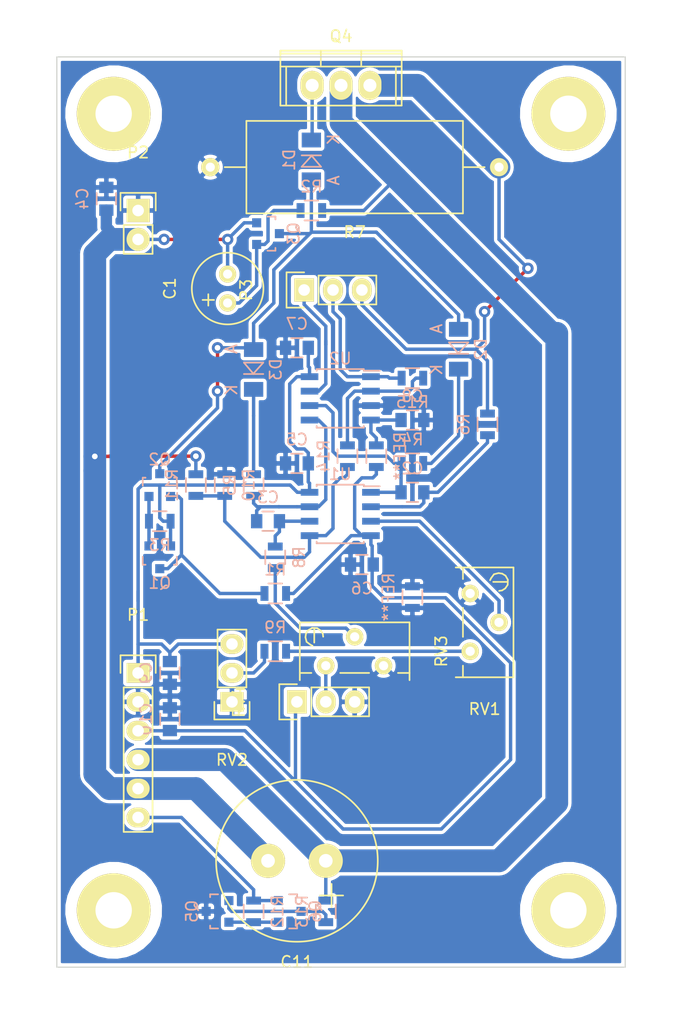
<source format=kicad_pcb>
(kicad_pcb (version 4) (host pcbnew "(2015-07-22 BZR 5980)-product")
  (layers (0 F.Cu signal) (31 B.Cu signal) (34 B.Paste user) (35 F.Paste user) (36 B.SilkS user) (37 F.SilkS user) (38 B.Mask user) (39 F.Mask user) (44 Edge.Cuts user))
  (net 0 "")
  (net 1 V-)
  (net 2 "Net-(C1-Pad1)")
  (net 3 "Net-(C2-Pad1)")
  (net 4 /VOI)
  (net 5 "Net-(C3-Pad1)")
  (net 6 /VOU)
  (net 7 GND)
  (net 8 +5V)
  (net 9 -5V)
  (net 10 "Net-(D1-Pad1)")
  (net 11 "Net-(D1-Pad2)")
  (net 12 "Net-(D2-Pad1)")
  (net 13 "Net-(D3-Pad1)")
  (net 14 V+)
  (net 15 VEE)
  (net 16 /VCV)
  (net 17 /VUmeas)
  (net 18 /VImeas)
  (net 19 "Net-(Q1-Pad1)")
  (net 20 "Net-(Q1-Pad3)")
  (net 21 "Net-(Q5-Pad1)")
  (net 22 "Net-(Q5-Pad2)")
  (net 23 "Net-(R8-Pad1)")
  (net 24 "Net-(R9-Pad1)")
  (net 25 "Net-(R9-Pad2)")
  (net 26 /~VUmeas)
  (net 27 "Net-(R14-Pad1)")
  (net 28 "Net-(RV1-Pad2)")
  (net 29 "Net-(RV3-Pad1)")
  (module Resistors_SMD:R_0805 (layer B.Cu) (at 81.28 97.475 270)
    (fp_text reference REF** (at 0 2.1 270) (layer B.SilkS) (effects (justify mirror)))
    (fp_text value 0)
    (pad 1 smd rect (at -0.95 0 270) (size 0.7 1.3) (layers B.Cu B.Paste B.Mask) (net 7 GND))
    (pad 2 smd rect (at 0.95 0 270) (size 0.7 1.3) (layers B.Cu B.Paste B.Mask) (net 7 GND))
  )
  (module mechanical:Hole_M3 (layer F.Cu) (at 55 125)
    (fp_text reference REF** hide)
    (fp_text value Hole_M3 hide)
    (pad 1 thru_hole circle (at 0 0) (size 6.5 6.5) (drill 3.2) (layers *.Cu *.Mask F.SilkS) (clearance 1))
  )
  (module mechanical:Hole_M3 (layer F.Cu) (at 95 125)
    (fp_text reference REF** hide)
    (fp_text value Hole_M3 hide)
    (pad 1 thru_hole circle (at 0 0) (size 6.5 6.5) (drill 3.2) (layers *.Cu *.Mask F.SilkS) (clearance 1))
  )
  (module mechanical:Hole_M3 (layer F.Cu) (at 95 55)
    (fp_text reference REF** hide)
    (fp_text value Hole_M3 hide)
    (pad 1 thru_hole circle (at 0 0) (size 6.5 6.5) (drill 3.2) (layers *.Cu *.Mask F.SilkS) (clearance 1))
  )
  (module Capacitors_Elko_ThroughHole:Elko_vert_11.2x6.3mm_RM2.5_CopperClear (layer F.Cu) (at 65.024 71.628 90)
    (fp_text reference C1 (at 1.27 -5.08 90) (layer F.SilkS))
    (fp_text value 100u)
    (pad 2 thru_hole circle (at 2.54 0 90) (size 1.50114 1.50114) (drill 0.8001) (layers *.Cu *.Mask F.SilkS) (net 1 V-))
    (pad 1 thru_hole circle (at 0 0 90) (size 1.50114 1.50114) (drill 0.8001) (layers *.Cu *.Mask F.SilkS) (net 2 "Net-(C1-Pad1)"))
  )
  (module Capacitors_SMD:C_0805 (layer B.Cu) (at 81.28 88.265 180)
    (fp_text reference C2 (at 0 2.1 180) (layer B.SilkS) (effects (justify mirror)))
    (fp_text value 220p)
    (pad 1 smd rect (at -1 0 180) (size 1 1.25) (layers B.Cu B.Paste B.Mask) (net 3 "Net-(C2-Pad1)"))
    (pad 2 smd rect (at 1 0 180) (size 1 1.25) (layers B.Cu B.Paste B.Mask) (net 4 /VOI))
  )
  (module Capacitors_SMD:C_0805 (layer B.Cu) (at 68.58 90.805 180)
    (fp_text reference C3 (at 0 2.1 180) (layer B.SilkS) (effects (justify mirror)))
    (fp_text value 220p)
    (pad 1 smd rect (at -1 0 180) (size 1 1.25) (layers B.Cu B.Paste B.Mask) (net 5 "Net-(C3-Pad1)"))
    (pad 2 smd rect (at 1 0 180) (size 1 1.25) (layers B.Cu B.Paste B.Mask) (net 6 /VOU))
  )
  (module Capacitors_SMD:C_0805 (layer B.Cu) (at 54.356 62.468 270)
    (fp_text reference C4 (at 0 2.1 270) (layer B.SilkS) (effects (justify mirror)))
    (fp_text value 100n)
    (pad 1 smd rect (at -1 0 270) (size 1 1.25) (layers B.Cu B.Paste B.Mask) (net 7 GND))
    (pad 2 smd rect (at 1 0 270) (size 1 1.25) (layers B.Cu B.Paste B.Mask) (net 1 V-))
  )
  (module Capacitors_SMD:C_0805 (layer B.Cu) (at 71.12 85.725 180)
    (fp_text reference C5 (at 0 2.1 180) (layer B.SilkS) (effects (justify mirror)))
    (fp_text value 100n)
    (pad 1 smd rect (at -1 0 180) (size 1 1.25) (layers B.Cu B.Paste B.Mask) (net 8 +5V))
    (pad 2 smd rect (at 1 0 180) (size 1 1.25) (layers B.Cu B.Paste B.Mask) (net 7 GND))
  )
  (module Capacitors_SMD:C_0805 (layer B.Cu) (at 76.835 94.615)
    (fp_text reference C6 (at 0 2.1) (layer B.SilkS) (effects (justify mirror)))
    (fp_text value 100n)
    (pad 1 smd rect (at -1 0) (size 1 1.25) (layers B.Cu B.Paste B.Mask) (net 7 GND))
    (pad 2 smd rect (at 1 0) (size 1 1.25) (layers B.Cu B.Paste B.Mask) (net 9 -5V))
  )
  (module Capacitors_SMD:C_0805 (layer B.Cu) (at 71.12 75.565 180)
    (fp_text reference C7 (at 0 2.1 180) (layer B.SilkS) (effects (justify mirror)))
    (fp_text value 100n)
    (pad 1 smd rect (at -1 0 180) (size 1 1.25) (layers B.Cu B.Paste B.Mask) (net 8 +5V))
    (pad 2 smd rect (at 1 0 180) (size 1 1.25) (layers B.Cu B.Paste B.Mask) (net 7 GND))
  )
  (module Capacitors_SMD:C_0805 (layer B.Cu) (at 81.28 81.915 180)
    (fp_text reference C8 (at 0 2.1 180) (layer B.SilkS) (effects (justify mirror)))
    (fp_text value 100n)
    (pad 1 smd rect (at -1 0 180) (size 1 1.25) (layers B.Cu B.Paste B.Mask) (net 7 GND))
    (pad 2 smd rect (at 1 0 180) (size 1 1.25) (layers B.Cu B.Paste B.Mask) (net 9 -5V))
  )
  (module Diodes_SMD:MiniMELF_Standard (layer B.Cu) (at 72.39 59.055 270)
    (fp_text reference D1 (at 0 1.95 270) (layer B.SilkS) (effects (justify mirror)))
    (fp_text value 1N4148)
    (fp_text user K (at -1.8 -1.95 270) (layer B.SilkS) (effects (justify mirror)))
    (fp_text user A (at 1.8 -1.95 270) (layer B.SilkS) (effects (justify mirror)))
    (pad 1 smd rect (at -1.75006 0 270) (size 1.30048 1.69926) (layers B.Cu B.Paste B.Mask) (net 10 "Net-(D1-Pad1)"))
    (pad 2 smd rect (at 1.75006 0 270) (size 1.30048 1.69926) (layers B.Cu B.Paste B.Mask) (net 11 "Net-(D1-Pad2)"))
  )
  (module Diodes_SMD:MiniMELF_Standard (layer B.Cu) (at 85.344 75.692 90)
    (fp_text reference D2 (at 0 1.95 90) (layer B.SilkS) (effects (justify mirror)))
    (fp_text value 1N4148)
    (fp_text user K (at -1.8 -1.95 90) (layer B.SilkS) (effects (justify mirror)))
    (fp_text user A (at 1.8 -1.95 90) (layer B.SilkS) (effects (justify mirror)))
    (pad 1 smd rect (at -1.75006 0 90) (size 1.30048 1.69926) (layers B.Cu B.Paste B.Mask) (net 12 "Net-(D2-Pad1)"))
    (pad 2 smd rect (at 1.75006 0 90) (size 1.30048 1.69926) (layers B.Cu B.Paste B.Mask) (net 11 "Net-(D1-Pad2)"))
  )
  (module Diodes_SMD:MiniMELF_Standard (layer B.Cu) (at 67.31 77.47 90)
    (fp_text reference D3 (at 0 1.95 90) (layer B.SilkS) (effects (justify mirror)))
    (fp_text value 1N4148)
    (fp_text user K (at -1.8 -1.95 90) (layer B.SilkS) (effects (justify mirror)))
    (fp_text user A (at 1.8 -1.95 90) (layer B.SilkS) (effects (justify mirror)))
    (pad 1 smd rect (at -1.75006 0 90) (size 1.30048 1.69926) (layers B.Cu B.Paste B.Mask) (net 13 "Net-(D3-Pad1)"))
    (pad 2 smd rect (at 1.75006 0 90) (size 1.30048 1.69926) (layers B.Cu B.Paste B.Mask) (net 11 "Net-(D1-Pad2)"))
  )
  (module Pin_Headers:Pin_Header_Straight_1x06 (layer F.Cu) (at 57.15 104.14)
    (fp_text reference P1 (at 0 -5.1) (layer F.SilkS))
    (fp_text value PSU)
    (pad 1 thru_hole rect (at 0 0) (size 2.032 1.7272) (drill 1.016) (layers *.Cu *.Mask F.SilkS) (net 8 +5V))
    (pad 2 thru_hole oval (at 0 2.54) (size 2.032 1.7272) (drill 1.016) (layers *.Cu *.Mask F.SilkS) (net 7 GND))
    (pad 3 thru_hole oval (at 0 5.08) (size 2.032 1.7272) (drill 1.016) (layers *.Cu *.Mask F.SilkS) (net 9 -5V))
    (pad 4 thru_hole oval (at 0 7.62) (size 2.032 1.7272) (drill 1.016) (layers *.Cu *.Mask F.SilkS) (net 14 V+))
    (pad 5 thru_hole oval (at 0 10.16) (size 2.032 1.7272) (drill 1.016) (layers *.Cu *.Mask F.SilkS) (net 1 V-))
    (pad 6 thru_hole oval (at 0 12.7) (size 2.032 1.7272) (drill 1.016) (layers *.Cu *.Mask F.SilkS) (net 15 VEE))
  )
  (module Pin_Headers:Pin_Header_Straight_1x02 (layer F.Cu) (at 57.15 63.5)
    (fp_text reference P2 (at 0 -5.1) (layer F.SilkS))
    (fp_text value UOut)
    (pad 1 thru_hole rect (at 0 0) (size 2.032 2.032) (drill 1.016) (layers *.Cu *.Mask F.SilkS) (net 7 GND))
    (pad 2 thru_hole oval (at 0 2.54) (size 2.032 2.032) (drill 1.016) (layers *.Cu *.Mask F.SilkS) (net 1 V-))
  )
  (module Pin_Headers:Pin_Header_Straight_1x03 (layer F.Cu) (at 71.755 70.485 90)
    (fp_text reference P3 (at 0 -5.1 90) (layer F.SilkS))
    (fp_text value Measure)
    (pad 1 thru_hole rect (at 0 0 90) (size 2.032 1.7272) (drill 1.016) (layers *.Cu *.Mask F.SilkS) (net 16 /VCV))
    (pad 2 thru_hole oval (at 0 2.54 90) (size 2.032 1.7272) (drill 1.016) (layers *.Cu *.Mask F.SilkS) (net 17 /VUmeas))
    (pad 3 thru_hole oval (at 0 5.08 90) (size 2.032 1.7272) (drill 1.016) (layers *.Cu *.Mask F.SilkS) (net 18 /VImeas))
  )
  (module Housings_SOT-23_SOT-143_TSOT-6:SOT-23 (layer B.Cu) (at 59.055 93.98)
    (fp_text reference Q1 (at 0 2.25) (layer B.SilkS) (effects (justify mirror)))
    (fp_text value BC860)
    (pad 1 smd rect (at -0.95 -1.00076) (size 0.8001 0.8001) (layers B.Cu B.Paste B.Mask) (net 19 "Net-(Q1-Pad1)"))
    (pad 2 smd rect (at 0.95 -1.00076) (size 0.8001 0.8001) (layers B.Cu B.Paste B.Mask) (net 8 +5V))
    (pad 3 smd rect (at 0 0.99822) (size 0.8001 0.8001) (layers B.Cu B.Paste B.Mask) (net 20 "Net-(Q1-Pad3)"))
  )
  (module Housings_SOT-23_SOT-143_TSOT-6:SOT-23 (layer B.Cu) (at 59.055 87.63 180)
    (fp_text reference Q2 (at 0 2.25 180) (layer B.SilkS) (effects (justify mirror)))
    (fp_text value BC860)
    (pad 1 smd rect (at -0.95 -1.00076 180) (size 0.8001 0.8001) (layers B.Cu B.Paste B.Mask) (net 20 "Net-(Q1-Pad3)"))
    (pad 2 smd rect (at 0.95 -1.00076 180) (size 0.8001 0.8001) (layers B.Cu B.Paste B.Mask) (net 19 "Net-(Q1-Pad1)"))
    (pad 3 smd rect (at 0 0.99822 180) (size 0.8001 0.8001) (layers B.Cu B.Paste B.Mask) (net 11 "Net-(D1-Pad2)"))
  )
  (module Housings_SOT-23_SOT-143_TSOT-6:SOT-23 (layer B.Cu) (at 68.58 65.532 90)
    (fp_text reference Q3 (at 0 2.25 90) (layer B.SilkS) (effects (justify mirror)))
    (fp_text value BC850)
    (pad 1 smd rect (at -0.95 -1.00076 90) (size 0.8001 0.8001) (layers B.Cu B.Paste B.Mask) (net 2 "Net-(C1-Pad1)"))
    (pad 2 smd rect (at 0.95 -1.00076 90) (size 0.8001 0.8001) (layers B.Cu B.Paste B.Mask) (net 1 V-))
    (pad 3 smd rect (at 0 0.99822 90) (size 0.8001 0.8001) (layers B.Cu B.Paste B.Mask) (net 11 "Net-(D1-Pad2)"))
  )
  (module Power_Integrations:TO-220 (layer F.Cu) (at 75 52.5)
    (fp_text reference Q4 (at 0 -4.318) (layer F.SilkS))
    (fp_text value TIP120)
    (pad 2 thru_hole oval (at 0 0) (size 2.032 2.54) (drill 1.143) (layers *.Cu *.Mask F.SilkS) (net 14 V+))
    (pad 3 thru_hole oval (at 2.54 0) (size 2.032 2.54) (drill 1.143) (layers *.Cu *.Mask F.SilkS) (net 18 /VImeas))
    (pad 1 thru_hole oval (at -2.54 0) (size 2.032 2.54) (drill 1.143) (layers *.Cu *.Mask F.SilkS) (net 10 "Net-(D1-Pad1)"))
  )
  (module Housings_SOT-23_SOT-143_TSOT-6:SOT-23 (layer B.Cu) (at 64.135 125.095 270)
    (fp_text reference Q5 (at 0 2.25 270) (layer B.SilkS) (effects (justify mirror)))
    (fp_text value BC850)
    (pad 1 smd rect (at -0.95 -1.00076 270) (size 0.8001 0.8001) (layers B.Cu B.Paste B.Mask) (net 21 "Net-(Q5-Pad1)"))
    (pad 2 smd rect (at 0.95 -1.00076 270) (size 0.8001 0.8001) (layers B.Cu B.Paste B.Mask) (net 22 "Net-(Q5-Pad2)"))
    (pad 3 smd rect (at 0 0.99822 270) (size 0.8001 0.8001) (layers B.Cu B.Paste B.Mask) (net 7 GND))
  )
  (module Housings_SOT-23_SOT-143_TSOT-6:SOT-23 (layer B.Cu) (at 70.485 125.095 90)
    (fp_text reference Q6 (at 0 2.25 90) (layer B.SilkS) (effects (justify mirror)))
    (fp_text value BC850)
    (pad 1 smd rect (at -0.95 -1.00076 90) (size 0.8001 0.8001) (layers B.Cu B.Paste B.Mask) (net 22 "Net-(Q5-Pad2)"))
    (pad 2 smd rect (at 0.95 -1.00076 90) (size 0.8001 0.8001) (layers B.Cu B.Paste B.Mask) (net 15 VEE))
    (pad 3 smd rect (at 0 0.99822 90) (size 0.8001 0.8001) (layers B.Cu B.Paste B.Mask) (net 21 "Net-(Q5-Pad1)"))
  )
  (module Resistors_SMD:R_0805 (layer B.Cu) (at 69.215 97.155 180)
    (fp_text reference R1 (at 0 2.1 180) (layer B.SilkS) (effects (justify mirror)))
    (fp_text value 10k)
    (pad 1 smd rect (at -0.95 0 180) (size 0.7 1.3) (layers B.Cu B.Paste B.Mask) (net 9 -5V))
    (pad 2 smd rect (at 0.95 0 180) (size 0.7 1.3) (layers B.Cu B.Paste B.Mask) (net 20 "Net-(Q1-Pad3)"))
  )
  (module Resistors_SMD:R_0805 (layer B.Cu) (at 72.39 63.5 180)
    (fp_text reference R2 (at 0 2.1 180) (layer B.SilkS) (effects (justify mirror)))
    (fp_text value 47k)
    (pad 1 smd rect (at -0.95 0 180) (size 0.7 1.3) (layers B.Cu B.Paste B.Mask) (net 14 V+))
    (pad 2 smd rect (at 0.95 0 180) (size 0.7 1.3) (layers B.Cu B.Paste B.Mask) (net 2 "Net-(C1-Pad1)"))
  )
  (module Resistors_SMD:R_0805 (layer B.Cu) (at 59.055 90.805)
    (fp_text reference R3 (at 0 2.1) (layer B.SilkS) (effects (justify mirror)))
    (fp_text value 680)
    (pad 1 smd rect (at -0.95 0) (size 0.7 1.3) (layers B.Cu B.Paste B.Mask) (net 19 "Net-(Q1-Pad1)"))
    (pad 2 smd rect (at 0.95 0) (size 0.7 1.3) (layers B.Cu B.Paste B.Mask) (net 8 +5V))
  )
  (module Resistors_SMD:R_0805 (layer B.Cu) (at 81.28 85.725 180)
    (fp_text reference R4 (at 0 2.1 180) (layer B.SilkS) (effects (justify mirror)))
    (fp_text value 1k)
    (pad 1 smd rect (at -0.95 0 180) (size 0.7 1.3) (layers B.Cu B.Paste B.Mask) (net 12 "Net-(D2-Pad1)"))
    (pad 2 smd rect (at 0.95 0 180) (size 0.7 1.3) (layers B.Cu B.Paste B.Mask) (net 4 /VOI))
  )
  (module Resistors_SMD:R_0805 (layer B.Cu) (at 67.31 87.63 270)
    (fp_text reference R5 (at 0 2.1 270) (layer B.SilkS) (effects (justify mirror)))
    (fp_text value 1k)
    (pad 1 smd rect (at -0.95 0 270) (size 0.7 1.3) (layers B.Cu B.Paste B.Mask) (net 13 "Net-(D3-Pad1)"))
    (pad 2 smd rect (at 0.95 0 270) (size 0.7 1.3) (layers B.Cu B.Paste B.Mask) (net 6 /VOU))
  )
  (module Resistors_SMD:R_0805 (layer B.Cu) (at 87.884 82.296 270)
    (fp_text reference R6 (at 0 2.1 270) (layer B.SilkS) (effects (justify mirror)))
    (fp_text value 22k)
    (pad 1 smd rect (at -0.95 0 270) (size 0.7 1.3) (layers B.Cu B.Paste B.Mask) (net 18 /VImeas))
    (pad 2 smd rect (at 0.95 0 270) (size 0.7 1.3) (layers B.Cu B.Paste B.Mask) (net 3 "Net-(C2-Pad1)"))
  )
  (module Resistors_ThroughHole:Resistor_Ceramic_Horizontal_L19mm-W8mm-H8mm-p25mm (layer F.Cu) (at 76.2 59.69 180)
    (fp_text reference R7 (at 0 -5.715 180) (layer F.SilkS))
    (fp_text value 1R)
    (pad 1 thru_hole circle (at -12.7 0) (size 1.6 1.6) (drill 0.8) (layers *.Cu *.Mask F.SilkS) (net 18 /VImeas))
    (pad 2 thru_hole circle (at 12.7 0) (size 1.6 1.6) (drill 0.8) (layers *.Cu *.Mask F.SilkS) (net 7 GND))
  )
  (module Resistors_SMD:R_0805 (layer B.Cu) (at 69.215 93.98 90)
    (fp_text reference R8 (at 0 2.1 90) (layer B.SilkS) (effects (justify mirror)))
    (fp_text value 22k)
    (pad 1 smd rect (at -0.95 0 90) (size 0.7 1.3) (layers B.Cu B.Paste B.Mask) (net 23 "Net-(R8-Pad1)"))
    (pad 2 smd rect (at 0.95 0 90) (size 0.7 1.3) (layers B.Cu B.Paste B.Mask) (net 5 "Net-(C3-Pad1)"))
  )
  (module Resistors_SMD:R_0805 (layer B.Cu) (at 69.215 102.235 180)
    (fp_text reference R9 (at 0 2.1 180) (layer B.SilkS) (effects (justify mirror)))
    (fp_text value 68k)
    (pad 1 smd rect (at -0.95 0 180) (size 0.7 1.3) (layers B.Cu B.Paste B.Mask) (net 24 "Net-(R9-Pad1)"))
    (pad 2 smd rect (at 0.95 0 180) (size 0.7 1.3) (layers B.Cu B.Paste B.Mask) (net 25 "Net-(R9-Pad2)"))
  )
  (module Resistors_SMD:R_0805 (layer B.Cu) (at 64.77 87.63 90)
    (fp_text reference R10 (at 0 2.1 90) (layer B.SilkS) (effects (justify mirror)))
    (fp_text value 10k)
    (pad 1 smd rect (at -0.95 0 90) (size 0.7 1.3) (layers B.Cu B.Paste B.Mask) (net 26 /~VUmeas))
    (pad 2 smd rect (at 0.95 0 90) (size 0.7 1.3) (layers B.Cu B.Paste B.Mask) (net 7 GND))
  )
  (module Resistors_SMD:R_0805 (layer B.Cu) (at 62.23 87.63 270)
    (fp_text reference R11 (at 0 2.1 270) (layer B.SilkS) (effects (justify mirror)))
    (fp_text value 90k)
    (pad 1 smd rect (at -0.95 0 270) (size 0.7 1.3) (layers B.Cu B.Paste B.Mask) (net 1 V-))
    (pad 2 smd rect (at 0.95 0 270) (size 0.7 1.3) (layers B.Cu B.Paste B.Mask) (net 26 /~VUmeas))
  )
  (module Resistors_SMD:R_0805 (layer B.Cu) (at 67.31 125.095 90)
    (fp_text reference R12 (at 0 2.1 90) (layer B.SilkS) (effects (justify mirror)))
    (fp_text value 680)
    (pad 1 smd rect (at -0.95 0 90) (size 0.7 1.3) (layers B.Cu B.Paste B.Mask) (net 22 "Net-(Q5-Pad2)"))
    (pad 2 smd rect (at 0.95 0 90) (size 0.7 1.3) (layers B.Cu B.Paste B.Mask) (net 15 VEE))
  )
  (module Resistors_SMD:R_0805 (layer B.Cu) (at 73.66 125.095 270)
    (fp_text reference R13 (at 0 2.1 270) (layer B.SilkS) (effects (justify mirror)))
    (fp_text value 10k)
    (pad 1 smd rect (at -0.95 0 270) (size 0.7 1.3) (layers B.Cu B.Paste B.Mask) (net 14 V+))
    (pad 2 smd rect (at 0.95 0 270) (size 0.7 1.3) (layers B.Cu B.Paste B.Mask) (net 21 "Net-(Q5-Pad1)"))
  )
  (module Resistors_SMD:R_0805 (layer B.Cu) (at 75.565 85.09 270)
    (fp_text reference R14 (at 0 2.1 270) (layer B.SilkS) (effects (justify mirror)))
    (fp_text value 10k)
    (pad 1 smd rect (at -0.95 0 270) (size 0.7 1.3) (layers B.Cu B.Paste B.Mask) (net 27 "Net-(R14-Pad1)"))
    (pad 2 smd rect (at 0.95 0 270) (size 0.7 1.3) (layers B.Cu B.Paste B.Mask) (net 26 /~VUmeas))
  )
  (module Resistors_SMD:R_0805 (layer B.Cu) (at 81.28 78.232)
    (fp_text reference R15 (at 0 2.1) (layer B.SilkS) (effects (justify mirror)))
    (fp_text value 10k)
    (pad 1 smd rect (at -0.95 0) (size 0.7 1.3) (layers B.Cu B.Paste B.Mask) (net 17 /VUmeas))
    (pad 2 smd rect (at 0.95 0) (size 0.7 1.3) (layers B.Cu B.Paste B.Mask) (net 27 "Net-(R14-Pad1)"))
  )
  (module Potentiometers:Potentiometer_Bourns_3296Y_3-8Zoll_Angular_ScrewUp (layer F.Cu) (at 86.36 97.155 180)
    (fp_text reference RV1 (at -1.27 -10.16 180) (layer F.SilkS))
    (fp_text value 20k)
    (pad 2 thru_hole circle (at -2.54 -2.54 180) (size 1.524 1.524) (drill 0.8128) (layers *.Cu *.Mask F.SilkS) (net 28 "Net-(RV1-Pad2)"))
    (pad 3 thru_hole circle (at 0 -5.08 180) (size 1.524 1.524) (drill 0.8128) (layers *.Cu *.Mask F.SilkS) (net 24 "Net-(R9-Pad1)"))
    (pad 1 thru_hole circle (at 0 0 180) (size 1.524 1.524) (drill 0.8128) (layers *.Cu *.Mask F.SilkS) (net 7 GND))
  )
  (module Pin_Headers:Pin_Header_Straight_1x03 (layer F.Cu) (at 65.405 106.68 180)
    (fp_text reference RV2 (at 0 -5.1 180) (layer F.SilkS))
    (fp_text value 10k)
    (pad 1 thru_hole rect (at 0 0 180) (size 2.032 1.7272) (drill 1.016) (layers *.Cu *.Mask F.SilkS) (net 7 GND))
    (pad 2 thru_hole oval (at 0 2.54 180) (size 2.032 1.7272) (drill 1.016) (layers *.Cu *.Mask F.SilkS) (net 25 "Net-(R9-Pad2)"))
    (pad 3 thru_hole oval (at 0 5.08 180) (size 2.032 1.7272) (drill 1.016) (layers *.Cu *.Mask F.SilkS) (net 8 +5V))
  )
  (module Potentiometers:Potentiometer_Bourns_3296Y_3-8Zoll_Angular_ScrewUp (layer F.Cu) (at 73.66 103.505 270)
    (fp_text reference RV3 (at -1.27 -10.16 270) (layer F.SilkS))
    (fp_text value 20k)
    (pad 2 thru_hole circle (at -2.54 -2.54 270) (size 1.524 1.524) (drill 0.8128) (layers *.Cu *.Mask F.SilkS) (net 23 "Net-(R8-Pad1)"))
    (pad 3 thru_hole circle (at 0 -5.08 270) (size 1.524 1.524) (drill 0.8128) (layers *.Cu *.Mask F.SilkS) (net 7 GND))
    (pad 1 thru_hole circle (at 0 0 270) (size 1.524 1.524) (drill 0.8128) (layers *.Cu *.Mask F.SilkS) (net 29 "Net-(RV3-Pad1)"))
  )
  (module Pin_Headers:Pin_Header_Straight_1x03 (layer F.Cu) (at 71.12 106.68 90)
    (fp_text reference RV4 (at 0 -5.1 90) (layer F.SilkS))
    (fp_text value 10k)
    (pad 1 thru_hole rect (at 0 0 90) (size 2.032 1.7272) (drill 1.016) (layers *.Cu *.Mask F.SilkS) (net 9 -5V))
    (pad 2 thru_hole oval (at 0 2.54 90) (size 2.032 1.7272) (drill 1.016) (layers *.Cu *.Mask F.SilkS) (net 29 "Net-(RV3-Pad1)"))
    (pad 3 thru_hole oval (at 0 5.08 90) (size 2.032 1.7272) (drill 1.016) (layers *.Cu *.Mask F.SilkS) (net 7 GND))
  )
  (module Housings_SOIC:SOIC-8_3.9x4.9mm_Pitch1.27mm (layer B.Cu) (at 74.93 90.17 180)
    (fp_text reference U1 (at 0 3.5 180) (layer B.SilkS) (effects (justify mirror)))
    (fp_text value NE5532)
    (pad 1 smd rect (at -2.7 1.905 180) (size 1.55 0.6) (layers B.Cu B.Paste B.Mask) (net 4 /VOI))
    (pad 2 smd rect (at -2.7 0.635 180) (size 1.55 0.6) (layers B.Cu B.Paste B.Mask) (net 3 "Net-(C2-Pad1)"))
    (pad 3 smd rect (at -2.7 -0.635 180) (size 1.55 0.6) (layers B.Cu B.Paste B.Mask) (net 28 "Net-(RV1-Pad2)"))
    (pad 4 smd rect (at -2.7 -1.905 180) (size 1.55 0.6) (layers B.Cu B.Paste B.Mask) (net 9 -5V))
    (pad 5 smd rect (at 2.7 -1.905 180) (size 1.55 0.6) (layers B.Cu B.Paste B.Mask) (net 26 /~VUmeas))
    (pad 6 smd rect (at 2.7 -0.635 180) (size 1.55 0.6) (layers B.Cu B.Paste B.Mask) (net 5 "Net-(C3-Pad1)"))
    (pad 7 smd rect (at 2.7 0.635 180) (size 1.55 0.6) (layers B.Cu B.Paste B.Mask) (net 6 /VOU))
    (pad 8 smd rect (at 2.7 1.905 180) (size 1.55 0.6) (layers B.Cu B.Paste B.Mask) (net 8 +5V))
  )
  (module Housings_SOIC:SOIC-8_3.9x4.9mm_Pitch1.27mm (layer B.Cu) (at 74.93 80.01 180)
    (fp_text reference U2 (at 0 3.5 180) (layer B.SilkS) (effects (justify mirror)))
    (fp_text value NE5532)
    (pad 1 smd rect (at -2.7 1.905 180) (size 1.55 0.6) (layers B.Cu B.Paste B.Mask) (net 17 /VUmeas))
    (pad 2 smd rect (at -2.7 0.635 180) (size 1.55 0.6) (layers B.Cu B.Paste B.Mask) (net 27 "Net-(R14-Pad1)"))
    (pad 3 smd rect (at -2.7 -0.635 180) (size 1.55 0.6) (layers B.Cu B.Paste B.Mask) (net 7 GND))
    (pad 4 smd rect (at -2.7 -1.905 180) (size 1.55 0.6) (layers B.Cu B.Paste B.Mask) (net 9 -5V))
    (pad 5 smd rect (at 2.7 -1.905 180) (size 1.55 0.6) (layers B.Cu B.Paste B.Mask) (net 6 /VOU))
    (pad 6 smd rect (at 2.7 -0.635 180) (size 1.55 0.6) (layers B.Cu B.Paste B.Mask) (net 4 /VOI))
    (pad 7 smd rect (at 2.7 0.635 180) (size 1.55 0.6) (layers B.Cu B.Paste B.Mask) (net 16 /VCV))
    (pad 8 smd rect (at 2.7 1.905 180) (size 1.55 0.6) (layers B.Cu B.Paste B.Mask) (net 8 +5V))
  )
  (module Capacitors_SMD:C_0805 (layer B.Cu) (at 59.944 104.14 270)
    (fp_text reference C9 (at 0 2.1 270) (layer B.SilkS) (effects (justify mirror)))
    (fp_text value 1u)
    (pad 1 smd rect (at -1 0 270) (size 1 1.25) (layers B.Cu B.Paste B.Mask) (net 8 +5V))
    (pad 2 smd rect (at 1 0 270) (size 1 1.25) (layers B.Cu B.Paste B.Mask) (net 7 GND))
  )
  (module Capacitors_SMD:C_0805 (layer B.Cu) (at 59.944 108.204 270)
    (fp_text reference C10 (at 0 2.1 270) (layer B.SilkS) (effects (justify mirror)))
    (fp_text value 1u)
    (pad 1 smd rect (at -1 0 270) (size 1 1.25) (layers B.Cu B.Paste B.Mask) (net 7 GND))
    (pad 2 smd rect (at 1 0 270) (size 1 1.25) (layers B.Cu B.Paste B.Mask) (net 9 -5V))
  )
  (module mechanical:Hole_M3 (layer F.Cu) (at 55 55)
    (fp_text reference REF** hide)
    (fp_text value Hole_M3 hide)
    (pad 1 thru_hole circle (at 0 0) (size 6.5 6.5) (drill 3.2) (layers *.Cu *.Mask F.SilkS) (clearance 1))
  )
  (module Capacitors_Elko_ThroughHole:Elko_vert_25x14mm_RM5_CopperClear (layer F.Cu) (at 73.66 120.65 180)
    (fp_text reference C11 (at 2.54 -8.89 180) (layer F.SilkS))
    (fp_text value 470u)
    (pad 2 thru_hole circle (at 5.08 0 180) (size 2.99974 2.99974) (drill 1.19888) (layers *.Cu *.Mask F.SilkS) (net 1 V-))
    (pad 1 thru_hole circle (at 0 0 180) (size 2.99974 2.99974) (drill 1.19888) (layers *.Cu *.Mask F.SilkS) (net 14 V+))
  )
  (module Resistors_SMD:R_0805 (layer B.Cu) (at 78.105 85.09 90)
    (fp_text reference REF** (at 0 2.1 90) (layer B.SilkS) (effects (justify mirror)))
    (fp_text value 0)
    (pad 1 smd rect (at -0.95 0 90) (size 0.7 1.3) (layers B.Cu B.Paste B.Mask) (net 9 -5V))
    (pad 2 smd rect (at 0.95 0 90) (size 0.7 1.3) (layers B.Cu B.Paste B.Mask) (net 9 -5V))
  )
  (gr_line (start 50 130) (end 50 50) (layer Edge.Cuts) (width 0.1))
  (gr_line (start 100 130) (end 50 130) (layer Edge.Cuts) (width 0.1))
  (gr_line (start 100 50) (end 100 130) (layer Edge.Cuts) (width 0.1))
  (gr_line (start 50 50) (end 100 50) (layer Edge.Cuts) (width 0.1))
  (segment (start 53.34 86.365879) (end 53.34 85.108009) (width 2) (layer B.Cu) (net 1))
  (segment (start 53.34 85.108009) (end 53.34 67.31) (width 2) (layer B.Cu) (net 1))
  (segment (start 62.23 85.09) (end 54.615879 85.09) (width 0.3) (layer F.Cu) (net 1))
  (segment (start 54.615879 85.09) (end 54.59787 85.108009) (width 0.3) (layer F.Cu) (net 1))
  (segment (start 54.59787 85.108009) (end 53.34 85.108009) (width 0.3) (layer F.Cu) (net 1))
  (via (at 53.34 85.108009) (size 1) (drill 0.5) (layers F.Cu B.Cu) (net 1))
  (segment (start 62.23 86.68) (end 62.23 85.09) (width 0.3) (layer B.Cu) (net 1))
  (via (at 62.23 85.09) (size 1) (drill 0.5) (layers F.Cu B.Cu) (net 1))
  (segment (start 53.34 113.03) (end 53.34 86.365879) (width 2) (layer B.Cu) (net 1))
  (segment (start 54.356 63.468) (end 54.356 64.968) (width 1) (layer B.Cu) (net 1))
  (segment (start 54.356 64.968) (end 54.61 65.222) (width 1) (layer B.Cu) (net 1))
  (segment (start 54.61 65.222) (end 54.61 66.04) (width 1) (layer B.Cu) (net 1))
  (segment (start 65.024 69.088) (end 65.024 67.564) (width 0.3) (layer B.Cu) (net 1))
  (segment (start 67.57924 64.582) (end 66.482 64.582) (width 0.3) (layer B.Cu) (net 1))
  (segment (start 66.482 64.582) (end 66.138488 64.925512) (width 0.3) (layer B.Cu) (net 1))
  (segment (start 66.138488 64.925512) (end 65.024 66.04) (width 0.3) (layer B.Cu) (net 1))
  (segment (start 65.024 66.04) (end 65.024 67.564) (width 0.3) (layer B.Cu) (net 1))
  (segment (start 59.436 66.04) (end 65.024 66.04) (width 0.3) (layer F.Cu) (net 1))
  (via (at 65.024 66.04) (size 1) (drill 0.5) (layers F.Cu B.Cu) (net 1))
  (segment (start 57.15 66.04) (end 59.436 66.04) (width 0.3) (layer B.Cu) (net 1))
  (via (at 59.436 66.04) (size 1) (drill 0.5) (layers F.Cu B.Cu) (net 1))
  (segment (start 57.15 114.3) (end 54.61 114.3) (width 2) (layer B.Cu) (net 1))
  (segment (start 54.61 114.3) (end 53.34 113.03) (width 2) (layer B.Cu) (net 1))
  (segment (start 53.34 67.31) (end 54.61 66.04) (width 2) (layer B.Cu) (net 1))
  (segment (start 54.61 66.04) (end 57.15 66.04) (width 2) (layer B.Cu) (net 1))
  (segment (start 57.15 114.3) (end 62.23 114.3) (width 2) (layer B.Cu) (net 1))
  (segment (start 62.23 114.3) (end 68.58 120.65) (width 2) (layer B.Cu) (net 1))
  (segment (start 65.024 71.628) (end 66.04 71.628) (width 0.3) (layer B.Cu) (net 2))
  (segment (start 66.04 71.628) (end 67.57924 70.08876) (width 0.3) (layer B.Cu) (net 2))
  (segment (start 67.57924 70.08876) (end 67.57924 66.482) (width 0.3) (layer B.Cu) (net 2))
  (segment (start 68.58 64.008) (end 69.088 63.5) (width 0.3) (layer B.Cu) (net 2))
  (segment (start 69.088 63.5) (end 71.44 63.5) (width 0.3) (layer B.Cu) (net 2))
  (segment (start 68.58 66.18129) (end 68.58 64.008) (width 0.3) (layer B.Cu) (net 2))
  (segment (start 67.57924 66.482) (end 68.27929 66.482) (width 0.3) (layer B.Cu) (net 2))
  (segment (start 68.27929 66.482) (end 68.58 66.18129) (width 0.3) (layer B.Cu) (net 2))
  (segment (start 87.884 83.246) (end 87.884 83.896) (width 0.3) (layer B.Cu) (net 3))
  (segment (start 87.884 83.896) (end 83.515 88.265) (width 0.3) (layer B.Cu) (net 3))
  (segment (start 83.515 88.265) (end 83.08 88.265) (width 0.3) (layer B.Cu) (net 3))
  (segment (start 83.08 88.265) (end 82.28 88.265) (width 0.3) (layer B.Cu) (net 3))
  (segment (start 77.63 89.535) (end 80.389699 89.535) (width 0.3) (layer B.Cu) (net 3))
  (segment (start 80.389699 89.535) (end 81.935 89.535) (width 0.3) (layer B.Cu) (net 3))
  (segment (start 81.935 89.535) (end 82.28 89.19) (width 0.3) (layer B.Cu) (net 3))
  (segment (start 82.28 89.19) (end 82.28 88.265) (width 0.3) (layer B.Cu) (net 3))
  (segment (start 74.295 81.28) (end 73.66 80.645) (width 0.3) (layer B.Cu) (net 4))
  (segment (start 73.66 80.645) (end 72.23 80.645) (width 0.3) (layer B.Cu) (net 4))
  (segment (start 74.295 82.905) (end 74.295 81.28) (width 0.3) (layer B.Cu) (net 4))
  (segment (start 80.33 85.725) (end 79.68 85.725) (width 0.3) (layer B.Cu) (net 4))
  (segment (start 79.68 85.725) (end 79.045 85.09) (width 0.3) (layer B.Cu) (net 4))
  (segment (start 79.045 85.09) (end 74.704998 85.09) (width 0.3) (layer B.Cu) (net 4))
  (segment (start 74.704998 85.09) (end 74.295 84.680002) (width 0.3) (layer B.Cu) (net 4))
  (segment (start 74.295 84.680002) (end 74.295 82.905) (width 0.3) (layer B.Cu) (net 4))
  (segment (start 80.28 88.265) (end 80.28 85.775) (width 0.3) (layer B.Cu) (net 4))
  (segment (start 80.28 85.775) (end 80.33 85.725) (width 0.3) (layer B.Cu) (net 4))
  (segment (start 80.28 88.265) (end 77.63 88.265) (width 0.3) (layer B.Cu) (net 4))
  (segment (start 69.58 90.805) (end 69.58 91.73) (width 0.3) (layer B.Cu) (net 5))
  (segment (start 69.58 91.73) (end 69.215 92.095) (width 0.3) (layer B.Cu) (net 5))
  (segment (start 69.215 92.095) (end 69.215 93.03) (width 0.3) (layer B.Cu) (net 5))
  (segment (start 69.58 90.805) (end 72.23 90.805) (width 0.3) (layer B.Cu) (net 5))
  (segment (start 67.925 89.535) (end 67.615 89.535) (width 0.3) (layer B.Cu) (net 6))
  (segment (start 67.615 89.535) (end 67.31 89.23) (width 0.3) (layer B.Cu) (net 6))
  (segment (start 67.31 89.23) (end 67.31 88.58) (width 0.3) (layer B.Cu) (net 6))
  (segment (start 72.23 81.915) (end 73.025 81.915) (width 0.3) (layer B.Cu) (net 6))
  (segment (start 73.025 81.915) (end 73.66 82.55) (width 0.3) (layer B.Cu) (net 6))
  (segment (start 73.66 82.55) (end 73.66 88.9) (width 0.3) (layer B.Cu) (net 6))
  (segment (start 73.66 88.9) (end 73.025 89.535) (width 0.3) (layer B.Cu) (net 6))
  (segment (start 73.025 89.535) (end 72.23 89.535) (width 0.3) (layer B.Cu) (net 6))
  (segment (start 67.925 89.535) (end 69.54204 89.535) (width 0.3) (layer B.Cu) (net 6))
  (segment (start 69.54204 89.535) (end 71.12 89.535) (width 0.3) (layer B.Cu) (net 6))
  (segment (start 69.53 89.52296) (end 69.54204 89.535) (width 0.3) (layer B.Cu) (net 6))
  (segment (start 67.58 90.805) (end 67.58 89.88) (width 0.3) (layer B.Cu) (net 6))
  (segment (start 71.12 89.535) (end 72.23 89.535) (width 0.3) (layer B.Cu) (net 6))
  (segment (start 67.58 89.88) (end 67.925 89.535) (width 0.3) (layer B.Cu) (net 6))
  (segment (start 65.405 101.6) (end 60.684 101.6) (width 0.3) (layer B.Cu) (net 8))
  (segment (start 60.684 101.6) (end 59.944 102.34) (width 0.3) (layer B.Cu) (net 8))
  (segment (start 57.15 97.827615) (end 57.15 101.616914) (width 0.3) (layer B.Cu) (net 8))
  (segment (start 57.15 101.616914) (end 57.15 102.9764) (width 0.3) (layer B.Cu) (net 8))
  (segment (start 57.166914 101.6) (end 57.15 101.616914) (width 0.3) (layer B.Cu) (net 8))
  (segment (start 59.204 101.6) (end 57.166914 101.6) (width 0.3) (layer B.Cu) (net 8))
  (segment (start 59.944 103.14) (end 59.944 102.34) (width 0.3) (layer B.Cu) (net 8))
  (segment (start 59.944 102.34) (end 59.204 101.6) (width 0.3) (layer B.Cu) (net 8))
  (segment (start 57.15 97.827615) (end 57.15 87.975658) (width 0.3) (layer B.Cu) (net 8))
  (segment (start 57.15 87.975658) (end 57.495658 87.63) (width 0.3) (layer B.Cu) (net 8))
  (segment (start 57.495658 87.63) (end 57.785 87.63) (width 0.3) (layer B.Cu) (net 8))
  (segment (start 57.785 87.63) (end 59.052675 87.63) (width 0.3) (layer B.Cu) (net 8))
  (segment (start 59.052675 87.63) (end 70.52 87.63) (width 0.3) (layer B.Cu) (net 8))
  (segment (start 59.055 90.505) (end 59.055 87.632325) (width 0.3) (layer B.Cu) (net 8))
  (segment (start 59.055 87.632325) (end 59.052675 87.63) (width 0.3) (layer B.Cu) (net 8))
  (segment (start 60.005 90.805) (end 59.355 90.805) (width 0.3) (layer B.Cu) (net 8))
  (segment (start 59.355 90.805) (end 59.055 90.505) (width 0.3) (layer B.Cu) (net 8))
  (segment (start 60.005 92.97924) (end 60.005 90.805) (width 0.3) (layer B.Cu) (net 8))
  (segment (start 71.155 88.265) (end 70.816723 87.926723) (width 0.3) (layer B.Cu) (net 8))
  (segment (start 70.52 87.63) (end 70.816723 87.926723) (width 0.3) (layer B.Cu) (net 8))
  (segment (start 57.15 96.929998) (end 57.15 97.827615) (width 0.3) (layer B.Cu) (net 8))
  (segment (start 57.15 102.9764) (end 57.15 104.14) (width 0.3) (layer B.Cu) (net 8))
  (segment (start 72.23 88.265) (end 71.155 88.265) (width 0.3) (layer B.Cu) (net 8))
  (segment (start 72.12 77.2) (end 72.23 77.31) (width 0.3) (layer B.Cu) (net 8))
  (segment (start 72.23 77.31) (end 72.23 78.105) (width 0.3) (layer B.Cu) (net 8))
  (segment (start 72.12 75.565) (end 72.12 77.2) (width 0.3) (layer B.Cu) (net 8))
  (segment (start 72.12 85.725) (end 72.12 84.8) (width 0.3) (layer B.Cu) (net 8))
  (segment (start 72.12 84.8) (end 71.775 84.455) (width 0.3) (layer B.Cu) (net 8))
  (segment (start 70.485 78.74) (end 71.12 78.105) (width 0.3) (layer B.Cu) (net 8))
  (segment (start 71.775 84.455) (end 71.12 84.455) (width 0.3) (layer B.Cu) (net 8))
  (segment (start 71.12 84.455) (end 70.485 83.82) (width 0.3) (layer B.Cu) (net 8))
  (segment (start 70.485 83.82) (end 70.485 78.74) (width 0.3) (layer B.Cu) (net 8))
  (segment (start 71.12 78.105) (end 72.23 78.105) (width 0.3) (layer B.Cu) (net 8))
  (segment (start 72.12 87.36) (end 72.23 87.47) (width 0.3) (layer B.Cu) (net 8))
  (segment (start 72.23 87.47) (end 72.23 88.265) (width 0.3) (layer B.Cu) (net 8))
  (segment (start 72.12 85.725) (end 72.12 87.36) (width 0.3) (layer B.Cu) (net 8))
  (segment (start 70.993307 113.665307) (end 75.184 117.856) (width 0.3) (layer B.Cu) (net 9))
  (segment (start 75.184 117.856) (end 83.82 117.856) (width 0.3) (layer B.Cu) (net 9))
  (segment (start 89.916 111.76) (end 89.916 103.251) (width 0.3) (layer B.Cu) (net 9))
  (segment (start 77.74 92.98) (end 77.63 92.87) (width 0.3) (layer B.Cu) (net 9))
  (segment (start 83.82 117.856) (end 89.916 111.76) (width 0.3) (layer B.Cu) (net 9))
  (segment (start 89.916 103.251) (end 84.201 97.536) (width 0.3) (layer B.Cu) (net 9))
  (segment (start 84.201 97.536) (end 78.772 97.536) (width 0.3) (layer B.Cu) (net 9))
  (segment (start 78.772 97.536) (end 77.74 96.504) (width 0.3) (layer B.Cu) (net 9))
  (segment (start 77.74 96.504) (end 77.74 92.98) (width 0.3) (layer B.Cu) (net 9))
  (segment (start 77.63 92.87) (end 77.63 92.075) (width 0.3) (layer B.Cu) (net 9))
  (segment (start 66.548 109.22) (end 70.993307 113.665307) (width 0.3) (layer B.Cu) (net 9))
  (segment (start 71.12 106.68) (end 71.12 106.8324) (width 0.3) (layer B.Cu) (net 9))
  (segment (start 71.12 106.8324) (end 70.993307 106.959093) (width 0.3) (layer B.Cu) (net 9))
  (segment (start 70.993307 106.959093) (end 70.993307 113.665307) (width 0.3) (layer B.Cu) (net 9))
  (segment (start 70.165 97.155) (end 70.815 97.155) (width 0.3) (layer B.Cu) (net 9))
  (segment (start 70.815 97.155) (end 75.895 92.075) (width 0.3) (layer B.Cu) (net 9))
  (segment (start 75.895 92.075) (end 76.555 92.075) (width 0.3) (layer B.Cu) (net 9))
  (segment (start 76.555 92.075) (end 77.63 92.075) (width 0.3) (layer B.Cu) (net 9))
  (segment (start 57.15 109.22) (end 66.548 109.22) (width 0.3) (layer B.Cu) (net 9))
  (segment (start 80.28 81.915) (end 77.63 81.915) (width 0.3) (layer B.Cu) (net 9))
  (segment (start 76.835 92.075) (end 77.63 92.075) (width 0.3) (layer B.Cu) (net 9))
  (segment (start 76.2 91.44) (end 76.835 92.075) (width 0.3) (layer B.Cu) (net 9))
  (segment (start 76.2 87.63) (end 76.2 91.44) (width 0.3) (layer B.Cu) (net 9))
  (segment (start 76.835 86.995) (end 76.2 87.63) (width 0.3) (layer B.Cu) (net 9))
  (segment (start 77.8 86.995) (end 76.835 86.995) (width 0.3) (layer B.Cu) (net 9))
  (segment (start 78.105 86.04) (end 78.105 86.69) (width 0.3) (layer B.Cu) (net 9))
  (segment (start 78.105 86.69) (end 77.8 86.995) (width 0.3) (layer B.Cu) (net 9))
  (segment (start 78.105 84.14) (end 78.105 83.49) (width 0.3) (layer B.Cu) (net 9))
  (segment (start 78.105 83.49) (end 77.63 83.015) (width 0.3) (layer B.Cu) (net 9))
  (segment (start 77.63 83.015) (end 77.63 81.915) (width 0.3) (layer B.Cu) (net 9))
  (segment (start 72.46 52.5) (end 72.46 57.23494) (width 0.3) (layer B.Cu) (net 10))
  (segment (start 72.46 57.23494) (end 72.39 57.30494) (width 0.3) (layer B.Cu) (net 10))
  (segment (start 64.135 75.565) (end 67.15506 75.565) (width 0.3) (layer B.Cu) (net 11))
  (segment (start 67.15506 75.565) (end 67.31 75.71994) (width 0.3) (layer B.Cu) (net 11))
  (segment (start 64.135 79.375) (end 64.135 75.565) (width 0.3) (layer F.Cu) (net 11))
  (via (at 64.135 75.565) (size 1) (drill 0.5) (layers F.Cu B.Cu) (net 11))
  (segment (start 59.055 86.63178) (end 59.055 85.93173) (width 0.3) (layer B.Cu) (net 11))
  (segment (start 59.055 85.93173) (end 64.135 80.85173) (width 0.3) (layer B.Cu) (net 11))
  (segment (start 64.135 80.85173) (end 64.135 79.375) (width 0.3) (layer B.Cu) (net 11))
  (via (at 64.135 79.375) (size 1) (drill 0.5) (layers F.Cu B.Cu) (net 11))
  (segment (start 78.105 65.405) (end 85.344 72.644) (width 0.3) (layer B.Cu) (net 11))
  (segment (start 85.344 72.644) (end 85.344 73.94194) (width 0.3) (layer B.Cu) (net 11))
  (segment (start 75.068313 65.405) (end 72.39 65.405) (width 0.3) (layer B.Cu) (net 11))
  (segment (start 75.068313 65.405) (end 78.105 65.405) (width 0.3) (layer B.Cu) (net 11))
  (segment (start 67.31 75.71994) (end 67.31 73.406) (width 0.3) (layer B.Cu) (net 11))
  (segment (start 67.31 73.406) (end 69.088 71.628) (width 0.3) (layer B.Cu) (net 11))
  (segment (start 69.088 71.628) (end 69.088 68.707) (width 0.3) (layer B.Cu) (net 11))
  (segment (start 69.088 68.707) (end 69.873017 67.921983) (width 0.3) (layer B.Cu) (net 11))
  (segment (start 69.873017 67.921983) (end 72.287943 65.507057) (width 0.3) (layer B.Cu) (net 11))
  (segment (start 72.39 65.405) (end 72.287943 65.507057) (width 0.3) (layer B.Cu) (net 11))
  (segment (start 69.57822 65.532) (end 72.263 65.532) (width 0.3) (layer B.Cu) (net 11))
  (segment (start 72.263 65.532) (end 72.287943 65.507057) (width 0.3) (layer B.Cu) (net 11))
  (segment (start 72.39 60.80506) (end 72.39 65.405) (width 0.3) (layer B.Cu) (net 11))
  (segment (start 82.931 85.725) (end 85.344 83.312) (width 0.3) (layer B.Cu) (net 12))
  (segment (start 85.344 83.312) (end 85.344 77.44206) (width 0.3) (layer B.Cu) (net 12))
  (segment (start 82.23 85.725) (end 82.931 85.725) (width 0.3) (layer B.Cu) (net 12))
  (segment (start 67.31 86.68) (end 67.31 81.534) (width 0.3) (layer B.Cu) (net 13))
  (segment (start 67.31 81.534) (end 67.31 79.22006) (width 0.3) (layer B.Cu) (net 13))
  (segment (start 93.525 74.295) (end 79.868463 60.638463) (width 2) (layer B.Cu) (net 14))
  (segment (start 79.868463 60.638463) (end 75 55.77) (width 2) (layer B.Cu) (net 14))
  (segment (start 73.34 63.5) (end 77.006926 63.5) (width 0.3) (layer B.Cu) (net 14))
  (segment (start 77.006926 63.5) (end 79.868463 60.638463) (width 0.3) (layer B.Cu) (net 14))
  (segment (start 73.66 124.145) (end 73.66 120.65) (width 0.3) (layer B.Cu) (net 14))
  (segment (start 57.15 111.76) (end 64.77 111.76) (width 2) (layer B.Cu) (net 14))
  (segment (start 64.77 111.76) (end 73.66 120.65) (width 2) (layer B.Cu) (net 14))
  (segment (start 73.66 120.65) (end 88.9 120.65) (width 2) (layer B.Cu) (net 14))
  (segment (start 75 55.77) (end 75 52.5) (width 2) (layer B.Cu) (net 14))
  (segment (start 88.9 120.65) (end 93.98 115.57) (width 2) (layer B.Cu) (net 14))
  (segment (start 93.98 115.57) (end 93.98 74.295) (width 2) (layer B.Cu) (net 14))
  (segment (start 93.98 74.295) (end 93.525 74.295) (width 2) (layer B.Cu) (net 14))
  (segment (start 67.31 124.145) (end 67.31 123.19) (width 0.3) (layer B.Cu) (net 15))
  (segment (start 67.31 123.19) (end 60.96 116.84) (width 0.3) (layer B.Cu) (net 15))
  (segment (start 60.96 116.84) (end 58.466 116.84) (width 0.3) (layer B.Cu) (net 15))
  (segment (start 58.466 116.84) (end 57.15 116.84) (width 0.3) (layer B.Cu) (net 15))
  (segment (start 67.31 124.145) (end 69.48424 124.145) (width 0.3) (layer B.Cu) (net 15))
  (segment (start 71.755 71.755) (end 71.755 70.485) (width 0.3) (layer B.Cu) (net 16))
  (segment (start 73.66 73.66) (end 71.755 71.755) (width 0.3) (layer B.Cu) (net 16))
  (segment (start 73.66 75.290681) (end 73.66 74.93) (width 0.3) (layer B.Cu) (net 16))
  (segment (start 73.66 78.74) (end 73.66 75.290681) (width 0.3) (layer B.Cu) (net 16))
  (segment (start 73.66 75.290681) (end 73.66 73.66) (width 0.3) (layer B.Cu) (net 16))
  (segment (start 73.025 79.375) (end 73.66 78.74) (width 0.3) (layer B.Cu) (net 16))
  (segment (start 72.23 79.375) (end 73.025 79.375) (width 0.3) (layer B.Cu) (net 16))
  (segment (start 79.121 78.105) (end 79.248 78.232) (width 0.3) (layer B.Cu) (net 17))
  (segment (start 79.248 78.232) (end 80.33 78.232) (width 0.3) (layer B.Cu) (net 17))
  (segment (start 77.63 78.105) (end 79.121 78.105) (width 0.3) (layer B.Cu) (net 17))
  (segment (start 77.63 78.105) (end 75.565 78.105) (width 0.3) (layer B.Cu) (net 17))
  (segment (start 75.565 78.105) (end 74.93 77.47) (width 0.3) (layer B.Cu) (net 17))
  (segment (start 74.93 73.025) (end 74.295 72.39) (width 0.3) (layer B.Cu) (net 17))
  (segment (start 74.93 77.47) (end 74.93 73.025) (width 0.3) (layer B.Cu) (net 17))
  (segment (start 74.295 72.39) (end 74.295 71.755) (width 0.3) (layer B.Cu) (net 17))
  (segment (start 74.295 71.755) (end 74.295 70.485) (width 0.3) (layer B.Cu) (net 17))
  (segment (start 87.884 76.708) (end 87.884 81.346) (width 0.3) (layer B.Cu) (net 18))
  (segment (start 86.868 75.692) (end 87.884 76.708) (width 0.3) (layer B.Cu) (net 18))
  (segment (start 76.835 70.485) (end 76.835 71.801) (width 0.3) (layer B.Cu) (net 18))
  (segment (start 76.835 71.801) (end 80.726 75.692) (width 0.3) (layer B.Cu) (net 18))
  (segment (start 80.726 75.692) (end 86.868 75.692) (width 0.3) (layer B.Cu) (net 18))
  (segment (start 86.868 75.692) (end 87.63 74.93) (width 0.3) (layer B.Cu) (net 18))
  (segment (start 87.63 74.93) (end 87.63 74.091384) (width 0.3) (layer B.Cu) (net 18))
  (segment (start 87.63 74.091384) (end 87.63 72.39) (width 0.3) (layer B.Cu) (net 18))
  (segment (start 91.44 68.58) (end 88.9 66.04) (width 0.3) (layer B.Cu) (net 18))
  (segment (start 88.9 66.04) (end 88.9 59.69) (width 0.3) (layer B.Cu) (net 18))
  (segment (start 87.63 72.39) (end 91.44 68.58) (width 0.3) (layer F.Cu) (net 18))
  (via (at 91.44 68.58) (size 1) (drill 0.5) (layers F.Cu B.Cu) (net 18))
  (via (at 87.63 72.39) (size 1) (drill 0.5) (layers F.Cu B.Cu) (net 18))
  (segment (start 77.54 52.5) (end 81.71 52.5) (width 2) (layer B.Cu) (net 18))
  (segment (start 81.71 52.5) (end 88.9 59.69) (width 2) (layer B.Cu) (net 18))
  (segment (start 58.105 90.805) (end 58.105 88.63076) (width 0.3) (layer B.Cu) (net 19))
  (segment (start 58.105 92.97924) (end 58.105 90.805) (width 0.3) (layer B.Cu) (net 19))
  (segment (start 60.96 93.77327) (end 64.34173 97.155) (width 0.3) (layer B.Cu) (net 20))
  (segment (start 64.34173 97.155) (end 68.265 97.155) (width 0.3) (layer B.Cu) (net 20))
  (segment (start 59.055 94.97822) (end 59.75505 94.97822) (width 0.3) (layer B.Cu) (net 20))
  (segment (start 59.75505 94.97822) (end 60.96 93.77327) (width 0.3) (layer B.Cu) (net 20))
  (segment (start 60.96 93.77327) (end 60.96 88.88571) (width 0.3) (layer B.Cu) (net 20))
  (segment (start 60.96 88.88571) (end 60.70505 88.63076) (width 0.3) (layer B.Cu) (net 20))
  (segment (start 60.70505 88.63076) (end 60.005 88.63076) (width 0.3) (layer B.Cu) (net 20))
  (segment (start 71.48322 125.095) (end 65.38571 125.095) (width 0.3) (layer B.Cu) (net 21))
  (segment (start 65.38571 125.095) (end 65.13576 124.84505) (width 0.3) (layer B.Cu) (net 21))
  (segment (start 65.13576 124.84505) (end 65.13576 124.145) (width 0.3) (layer B.Cu) (net 21))
  (segment (start 71.48322 125.095) (end 73.36 125.095) (width 0.3) (layer B.Cu) (net 21))
  (segment (start 73.36 125.095) (end 73.66 125.395) (width 0.3) (layer B.Cu) (net 21))
  (segment (start 73.66 125.395) (end 73.66 126.045) (width 0.3) (layer B.Cu) (net 21))
  (segment (start 67.31 126.045) (end 65.13576 126.045) (width 0.3) (layer B.Cu) (net 22))
  (segment (start 69.48424 126.045) (end 67.31 126.045) (width 0.3) (layer B.Cu) (net 22))
  (segment (start 76.2 100.965) (end 75.438001 100.203001) (width 0.3) (layer B.Cu) (net 23))
  (segment (start 75.438001 100.203001) (end 71.402999 100.203001) (width 0.3) (layer B.Cu) (net 23))
  (segment (start 71.402999 100.203001) (end 69.215 98.015002) (width 0.3) (layer B.Cu) (net 23))
  (segment (start 69.215 98.015002) (end 69.215 95.58) (width 0.3) (layer B.Cu) (net 23))
  (segment (start 69.215 95.58) (end 69.215 94.93) (width 0.3) (layer B.Cu) (net 23))
  (segment (start 70.165 102.235) (end 86.36 102.235) (width 0.3) (layer B.Cu) (net 24))
  (segment (start 67.31 104.14) (end 68.265 103.185) (width 0.3) (layer B.Cu) (net 25))
  (segment (start 68.265 103.185) (end 68.265 102.235) (width 0.3) (layer B.Cu) (net 25))
  (segment (start 65.405 104.14) (end 67.31 104.14) (width 0.3) (layer B.Cu) (net 25))
  (segment (start 71.755 93.98) (end 72.23 93.505) (width 0.3) (layer B.Cu) (net 26))
  (segment (start 72.23 93.505) (end 72.23 92.075) (width 0.3) (layer B.Cu) (net 26))
  (segment (start 67.945 93.98) (end 71.755 93.98) (width 0.3) (layer B.Cu) (net 26))
  (segment (start 64.77 90.805) (end 67.945 93.98) (width 0.3) (layer B.Cu) (net 26))
  (segment (start 64.77 88.58) (end 64.77 90.805) (width 0.3) (layer B.Cu) (net 26))
  (segment (start 62.23 88.58) (end 64.77 88.58) (width 0.3) (layer B.Cu) (net 26))
  (segment (start 74.93 86.995) (end 75.26 86.995) (width 0.3) (layer B.Cu) (net 26))
  (segment (start 75.26 86.995) (end 75.565 86.69) (width 0.3) (layer B.Cu) (net 26))
  (segment (start 75.565 86.69) (end 75.565 86.04) (width 0.3) (layer B.Cu) (net 26))
  (segment (start 74.295 87.63) (end 74.93 86.995) (width 0.3) (layer B.Cu) (net 26))
  (segment (start 74.295 91.44) (end 74.295 87.63) (width 0.3) (layer B.Cu) (net 26))
  (segment (start 73.66 92.075) (end 74.295 91.44) (width 0.3) (layer B.Cu) (net 26))
  (segment (start 72.23 92.075) (end 73.66 92.075) (width 0.3) (layer B.Cu) (net 26))
  (segment (start 82.23 78.232) (end 81.58 78.232) (width 0.3) (layer B.Cu) (net 27))
  (segment (start 81.28 79.092002) (end 80.997002 79.375) (width 0.3) (layer B.Cu) (net 27))
  (segment (start 81.58 78.232) (end 81.28 78.532) (width 0.3) (layer B.Cu) (net 27))
  (segment (start 81.28 78.532) (end 81.28 79.092002) (width 0.3) (layer B.Cu) (net 27))
  (segment (start 80.997002 79.375) (end 77.63 79.375) (width 0.3) (layer B.Cu) (net 27))
  (segment (start 75.565 80.01) (end 76.2 79.375) (width 0.3) (layer B.Cu) (net 27))
  (segment (start 76.2 79.375) (end 77.63 79.375) (width 0.3) (layer B.Cu) (net 27))
  (segment (start 75.565 84.14) (end 75.565 80.01) (width 0.3) (layer B.Cu) (net 27))
  (segment (start 88.9 97.79) (end 81.915 90.805) (width 0.3) (layer B.Cu) (net 28))
  (segment (start 81.915 90.805) (end 77.63 90.805) (width 0.3) (layer B.Cu) (net 28))
  (segment (start 88.9 99.695) (end 88.9 97.79) (width 0.3) (layer B.Cu) (net 28))
  (segment (start 73.66 106.68) (end 73.66 105.364) (width 0.3) (layer B.Cu) (net 29))
  (segment (start 73.66 105.364) (end 73.66 103.505) (width 0.3) (layer B.Cu) (net 29))
  (zone (net 7) (net_name GND) (layer B.Cu) (connect_pads (clearance 0.3)) (min_thickness 0.2) (fill yes (arc_segments 32) (thermal_gap 0.3) (thermal_bridge_width 0.4))
    (polygon (pts (xy 45 45) (xy 105 45) (xy 105 135) (xy 45 135)))
  )
)
</source>
